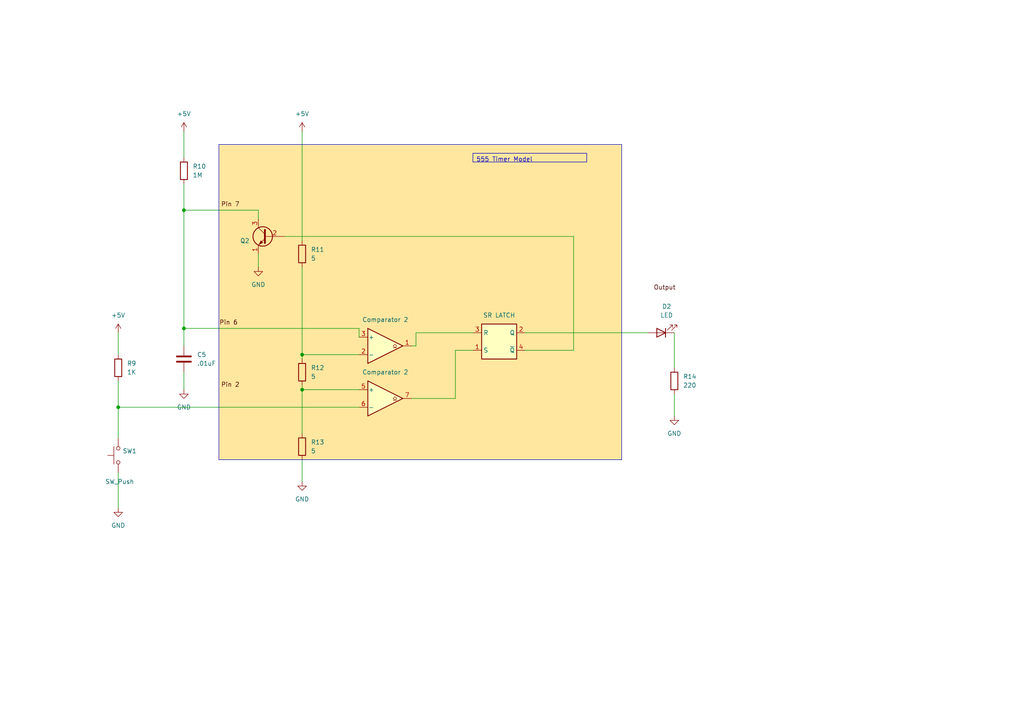
<source format=kicad_sch>
(kicad_sch (version 20231120) (generator "eeschema") (generator_version "8.0")
  (paper "A4")
  (lib_symbols
    (symbol "Comparator:LMV393" (pin_names (offset 0.127))
      (property "Reference" "U" (at 3.81 3.81 0))
      (property "Value" "LMV393" (at 6.35 -3.81 0))
      (symbol "LMV393_1_1"
        (polyline (pts (xy -5.08 5.08) (xy 5.08 0) (xy -5.08 -5.08) (xy -5.08 5.08)) (stroke (width 0.254)) (fill (type background)))
        (polyline (pts (xy 3.302 -0.508) (xy 2.794 -0.508) (xy 3.302 0) (xy 2.794 0.508) (xy 2.286 0) (xy 2.794 -0.508) (xy 2.286 -0.508)) (stroke (width 0.127)))
        (pin open_collector line (at 7.62 0 180) (length 2.54) (name "~") (number "1"))
        (pin input line (at -7.62 -2.54 0) (length 2.54) (name "-") (number "2"))
        (pin input line (at -7.62 2.54 0) (length 2.54) (name "+") (number "3"))
      )
      (symbol "LMV393_2_1"
        (polyline (pts (xy -5.08 5.08) (xy 5.08 0) (xy -5.08 -5.08) (xy -5.08 5.08)) (stroke (width 0.254)) (fill (type background)))
        (polyline (pts (xy 3.302 -0.508) (xy 2.794 -0.508) (xy 3.302 0) (xy 2.794 0.508) (xy 2.286 0) (xy 2.794 -0.508) (xy 2.286 -0.508)) (stroke (width 0.127)))
        (pin input line (at -7.62 2.54 0) (length 2.54) (name "+") (number "5"))
        (pin input line (at -7.62 -2.54 0) (length 2.54) (name "-") (number "6"))
        (pin open_collector line (at 7.62 0 180) (length 2.54) (name "~") (number "7"))
      )
      (symbol "LMV393_3_1"
        (pin power_in line (at -2.54 -7.62 90) (length 3.81) (name "V-") (number "4"))
        (pin power_in line (at -2.54 7.62 270) (length 3.81) (name "V+") (number "8"))
      )
    )
    (symbol "Device:C" (pin_numbers hide) (pin_names (offset 0.254))
      (property "Reference" "C" (at 0.635 2.54 0))
      (property "Value" "C" (at 0.635 -2.54 0))
      (symbol "C_0_1"
        (polyline (pts (xy -2.032 -0.762) (xy 2.032 -0.762)) (stroke (width 0.508)))
        (polyline (pts (xy -2.032 0.762) (xy 2.032 0.762)) (stroke (width 0.508)))
      )
      (symbol "C_1_1"
        (pin passive line (at 0 3.81 270) (length 2.794) (name "~") (number "1"))
        (pin passive line (at 0 -3.81 90) (length 2.794) (name "~") (number "2"))
      )
    )
    (symbol "Device:LED" (pin_numbers hide) (pin_names (offset 1.016) hide)
      (property "Reference" "D" (at 0 2.54 0))
      (property "Value" "LED" (at 0 -2.54 0))
      (symbol "LED_0_1"
        (polyline (pts (xy -1.27 -1.27) (xy -1.27 1.27)) (stroke (width 0.254)))
        (polyline (pts (xy -1.27 0) (xy 1.27 0)))
        (polyline (pts (xy 1.27 -1.27) (xy 1.27 1.27) (xy -1.27 0) (xy 1.27 -1.27)) (stroke (width 0.254)))
        (polyline (pts (xy -3.048 -0.762) (xy -4.572 -2.286) (xy -3.81 -2.286) (xy -4.572 -2.286) (xy -4.572 -1.524)))
        (polyline (pts (xy -1.778 -0.762) (xy -3.302 -2.286) (xy -2.54 -2.286) (xy -3.302 -2.286) (xy -3.302 -1.524)))
      )
      (symbol "LED_1_1"
        (pin passive line (at -3.81 0 0) (length 2.54) (name "K") (number "1"))
        (pin passive line (at 3.81 0 180) (length 2.54) (name "A") (number "2"))
      )
    )
    (symbol "Device:R" (pin_numbers hide) (pin_names (offset 0))
      (property "Reference" "R" (at 2.032 0 90))
      (property "Value" "R" (at 0 0 90))
      (symbol "R_0_1"
        (rectangle (start -1.016 -2.54) (end 1.016 2.54) (stroke (width 0.254)))
      )
      (symbol "R_1_1"
        (pin passive line (at 0 3.81 270) (length 1.27) (name "~") (number "1"))
        (pin passive line (at 0 -3.81 90) (length 1.27) (name "~") (number "2"))
      )
    )
    (symbol "Switch:SW_Push" (pin_numbers hide) (pin_names (offset 1.016) hide)
      (property "Reference" "SW" (at 1.27 2.54 0))
      (property "Value" "SW_Push" (at 0 -1.524 0))
      (symbol "SW_Push_0_1"
        (circle (center -2.032 0) (radius 0.508))
        (polyline (pts (xy 0 1.27) (xy 0 3.048)))
        (polyline (pts (xy 2.54 1.27) (xy -2.54 1.27)))
        (circle (center 2.032 0) (radius 0.508))
        (pin passive line (at -5.08 0 0) (length 2.54) (name "1") (number "1"))
        (pin passive line (at 5.08 0 180) (length 2.54) (name "2") (number "2"))
      )
    )
    (symbol "Symbols_Only:74LS279"
      (property "Reference" "U2" (at 0 10.16 0))
      (property "Value" "SR LATCH" (at 0 7.62 0))
      (symbol "74LS279_1_1"
        (rectangle (start -5.08 5.08) (end 5.08 -5.08) (stroke (width 0.254)) (fill (type background)))
        (pin input line (at -7.62 -2.54 0) (length 2.54) (name "S") (number "1"))
        (pin input line (at 7.62 2.54 180) (length 2.54) (name "Q") (number "2"))
        (pin input line (at -7.62 2.54 0) (length 2.54) (name "R") (number "3"))
        (pin output line (at 7.62 -2.54 180) (length 2.54) (name "~{Q}") (number "4"))
      )
      (symbol "74LS279_2_1"
        (rectangle (start -5.08 5.08) (end 5.08 -5.08) (stroke (width 0.254)) (fill (type background)))
        (pin input line (at -7.62 -2.54 0) (length 2.54) (name "~{R}") (number "5"))
        (pin input line (at -7.62 2.54 0) (length 2.54) (name "~{S}") (number "6"))
        (pin output line (at 7.62 0 180) (length 2.54) (name "Q") (number "7"))
      )
      (symbol "74LS279_3_1"
        (rectangle (start -5.08 5.08) (end 5.08 -5.08) (stroke (width 0.254)) (fill (type background)))
        (pin input line (at -7.62 -2.54 0) (length 2.54) (name "~{R}") (number "10"))
        (pin input line (at -7.62 2.54 0) (length 2.54) (name "~{S}") (number "11"))
        (pin input line (at -7.62 0 0) (length 2.54) (name "~{S}") (number "12"))
        (pin output line (at 7.62 0 180) (length 2.54) (name "Q") (number "9"))
      )
      (symbol "74LS279_4_1"
        (rectangle (start -5.08 5.08) (end 5.08 -5.08) (stroke (width 0.254)) (fill (type background)))
        (pin output line (at 7.62 0 180) (length 2.54) (name "Q") (number "13"))
        (pin input line (at -7.62 -2.54 0) (length 2.54) (name "~{R}") (number "14"))
        (pin input line (at -7.62 2.54 0) (length 2.54) (name "~{S}") (number "15"))
      )
      (symbol "74LS279_5_0"
        (pin power_in line (at 0 10.16 270) (length 2.54) (name "VCC") (number "16"))
        (pin power_in line (at 0 -10.16 90) (length 2.54) (name "GND") (number "8"))
      )
      (symbol "74LS279_5_1"
        (rectangle (start -5.08 7.62) (end 5.08 -7.62) (stroke (width 0.254)) (fill (type background)))
      )
    )
    (symbol "Transistor_BJT:BC107" (pin_names (offset 0) hide)
      (property "Reference" "Q" (at 5.08 1.905 0))
      (property "Value" "BC107" (at 5.08 0 0))
      (symbol "BC107_0_1"
        (polyline (pts (xy 0.635 0.635) (xy 2.54 2.54)))
        (polyline (pts (xy 0.635 -0.635) (xy 2.54 -2.54) (xy 2.54 -2.54)))
        (polyline (pts (xy 0.635 1.905) (xy 0.635 -1.905) (xy 0.635 -1.905)) (stroke (width 0.508)))
        (polyline (pts (xy 1.27 -1.778) (xy 1.778 -1.27) (xy 2.286 -2.286) (xy 1.27 -1.778) (xy 1.27 -1.778)) (fill (type outline)))
        (circle (center 1.27 0) (radius 2.8194) (stroke (width 0.254)))
      )
      (symbol "BC107_1_1"
        (pin passive line (at 2.54 -5.08 90) (length 2.54) (name "E") (number "1"))
        (pin input line (at -5.08 0 0) (length 5.715) (name "B") (number "2"))
        (pin passive line (at 2.54 5.08 270) (length 2.54) (name "C") (number "3"))
      )
    )
    (symbol "power:+5V" (power) (pin_numbers hide) (pin_names (offset 0) hide)
      (property "Value" "+5V" (at 0 3.556 0))
      (symbol "+5V_0_1"
        (polyline (pts (xy -0.762 1.27) (xy 0 2.54)))
        (polyline (pts (xy 0 0) (xy 0 2.54)))
        (polyline (pts (xy 0 2.54) (xy 0.762 1.27)))
      )
      (symbol "+5V_1_1"
        (pin power_in line (at 0 0 90) (length 0) (name "~") (number "1"))
      )
    )
    (symbol "power:GND" (power) (pin_numbers hide) (pin_names (offset 0) hide)
      (property "Value" "GND" (at 0 -3.81 0))
      (symbol "GND_0_1"
        (polyline (pts (xy 0 0) (xy 0 -1.27) (xy 1.27 -1.27) (xy 0 -2.54) (xy -1.27 -1.27) (xy 0 -1.27)))
      )
      (symbol "GND_1_1"
        (pin power_in line (at 0 0 270) (length 0) (name "~") (number "1"))
      )
    )
  )
  (junction (at 53.34 60.96))
  (junction (at 34.29 118.11))
  (junction (at 87.63 113.03))
  (junction (at 53.34 95.25))
  (junction (at 87.63 102.87))
  (wire (pts (xy 53.34 95.25) (xy 53.34 100.33)))
  (wire (pts (xy 104.14 95.25) (xy 104.14 97.79)))
  (wire (pts (xy 53.34 60.96) (xy 53.34 95.25)))
  (wire (pts (xy 187.96 96.52) (xy 152.4 96.52)))
  (wire (pts (xy 87.63 102.87) (xy 104.14 102.87)))
  (wire (pts (xy 87.63 111.76) (xy 87.63 113.03)))
  (wire (pts (xy 34.29 118.11) (xy 104.14 118.11)))
  (wire (pts (xy 87.63 113.03) (xy 87.63 125.73)))
  (wire (pts (xy 87.63 38.1) (xy 87.63 69.85)))
  (wire (pts (xy 34.29 110.49) (xy 34.29 118.11)))
  (wire (pts (xy 132.08 101.6) (xy 137.16 101.6)))
  (wire (pts (xy 34.29 137.16) (xy 34.29 147.32)))
  (wire (pts (xy 120.65 100.33) (xy 120.65 96.52)))
  (wire (pts (xy 53.34 95.25) (xy 104.14 95.25)))
  (wire (pts (xy 152.4 101.6) (xy 166.37 101.6)))
  (wire (pts (xy 34.29 96.52) (xy 34.29 102.87)))
  (wire (pts (xy 166.37 68.58) (xy 82.55 68.58)))
  (wire (pts (xy 87.63 102.87) (xy 87.63 104.14)))
  (wire (pts (xy 195.58 96.52) (xy 195.58 106.68)))
  (wire (pts (xy 74.93 73.66) (xy 74.93 77.47)))
  (wire (pts (xy 119.38 100.33) (xy 120.65 100.33)))
  (wire (pts (xy 34.29 127) (xy 34.29 118.11)))
  (wire (pts (xy 74.93 60.96) (xy 74.93 63.5)))
  (wire (pts (xy 53.34 60.96) (xy 74.93 60.96)))
  (wire (pts (xy 132.08 101.6) (xy 132.08 115.57)))
  (wire (pts (xy 53.34 107.95) (xy 53.34 113.03)))
  (wire (pts (xy 87.63 113.03) (xy 104.14 113.03)))
  (wire (pts (xy 87.63 133.35) (xy 87.63 139.7)))
  (wire (pts (xy 53.34 38.1) (xy 53.34 45.72)))
  (wire (pts (xy 132.08 115.57) (xy 119.38 115.57)))
  (wire (pts (xy 120.65 96.52) (xy 137.16 96.52)))
  (wire (pts (xy 87.63 77.47) (xy 87.63 102.87)))
  (wire (pts (xy 166.37 101.6) (xy 166.37 68.58)))
  (wire (pts (xy 53.34 53.34) (xy 53.34 60.96)))
  (wire (pts (xy 195.58 114.3) (xy 195.58 120.65)))
  (rectangle (start 63.5 41.91) (end 180.34 133.35) (fill (type color) (color 255 231 159 1)))
  (text_box "555 Timer Model\n" (at 137.16 44.45 0) (size 33.02 2.54) (effects (font (size 1.27 1.27)) (justify left top)))
  (text "Pin 7" (at 66.802 59.436 0) (effects (font (size 1.27 1.27))))
  (text "Pin 6" (at 66.294 93.726 0) (effects (font (size 1.27 1.27))))
  (text "Output\n" (at 192.786 83.566 0) (effects (font (size 1.27 1.27))))
  (text "Pin 2" (at 66.802 111.76 0) (effects (font (size 1.27 1.27))))
  (symbol (lib_id "power:GND") (at 74.93 77.47 0) (unit 1) (exclude_from_sim yes)
    (property "Reference" "#PWR011" (effects (hide yes)))
    (property "Value" "GND" (at 74.93 82.55 0))
    (property "Description" "Power symbol creates a global label with name \"GND\" , ground" (effects (hide yes)))
  )
  (symbol (lib_id "Device:R") (at 34.29 106.68 0) (unit 1) (exclude_from_sim yes)
    (property "Reference" "R9" (at 36.83 105.4099 0) (effects (justify left)))
    (property "Value" "1K" (at 36.83 107.9499 0) (effects (justify left)))
    (property "Description" "Resistor" (effects (hide yes)))
  )
  (symbol (lib_id "Device:R") (at 87.63 107.95 0) (unit 1) (exclude_from_sim yes)
    (property "Reference" "R12" (at 90.17 106.6799 0) (effects (justify left)))
    (property "Value" "5" (at 90.17 109.2199 0) (effects (justify left)))
    (property "Description" "Resistor" (effects (hide yes)))
  )
  (symbol (lib_id "Comparator:LMV393") (at 111.76 115.57 0) (unit 2) (exclude_from_sim yes)
    (property "Reference" "U4" (effects (hide yes)))
    (property "Value" "Comparator 2" (at 111.76 107.95 0))
    (property "Datasheet" "http://www.ti.com/lit/ds/symlink/lmv331.pdf" (effects (hide yes)))
    (property "Description" "Dual General-Purpose Low-Voltage Comparator, SOIC-8/TSSOP-8/VSSOP-8" (effects (hide yes)))
  )
  (symbol (lib_id "Device:C") (at 53.34 104.14 0) (unit 1) (exclude_from_sim yes)
    (property "Reference" "C5" (at 57.15 102.8699 0) (effects (justify left)))
    (property "Value" ".01uF" (at 57.15 105.4099 0) (effects (justify left)))
    (property "Description" "Unpolarized capacitor" (effects (hide yes)))
  )
  (symbol (lib_id "power:+5V") (at 87.63 38.1 0) (unit 1) (exclude_from_sim yes)
    (property "Reference" "#PWR012" (effects (hide yes)))
    (property "Value" "+5V" (at 87.63 33.02 0))
    (property "Description" "Power symbol creates a global label with name \"+5V\"" (effects (hide yes)))
  )
  (symbol (lib_id "Device:R") (at 87.63 73.66 0) (unit 1) (exclude_from_sim yes)
    (property "Reference" "R11" (at 90.17 72.3899 0) (effects (justify left)))
    (property "Value" "5" (at 90.17 74.9299 0) (effects (justify left)))
    (property "Description" "Resistor" (effects (hide yes)))
  )
  (symbol (lib_id "Device:R") (at 195.58 110.49 0) (unit 1) (exclude_from_sim yes)
    (property "Reference" "R14" (at 198.12 109.2199 0) (effects (justify left)))
    (property "Value" "220" (at 198.12 111.7599 0) (effects (justify left)))
    (property "Description" "Resistor" (effects (hide yes)))
  )
  (symbol (lib_id "power:+5V") (at 53.34 38.1 0) (unit 1) (exclude_from_sim yes)
    (property "Reference" "#PWR09" (effects (hide yes)))
    (property "Value" "+5V" (at 53.34 33.02 0))
    (property "Description" "Power symbol creates a global label with name \"+5V\"" (effects (hide yes)))
  )
  (symbol (lib_id "Comparator:LMV393") (at 111.76 100.33 0) (unit 1) (exclude_from_sim yes)
    (property "Reference" "U4" (effects (hide yes)))
    (property "Value" "Comparator 2" (at 111.76 92.71 0))
    (property "Datasheet" "http://www.ti.com/lit/ds/symlink/lmv331.pdf" (effects (hide yes)))
    (property "Description" "Dual General-Purpose Low-Voltage Comparator, SOIC-8/TSSOP-8/VSSOP-8" (effects (hide yes)))
  )
  (symbol (lib_id "power:GND") (at 195.58 120.65 0) (unit 1) (exclude_from_sim yes)
    (property "Reference" "#PWR014" (effects (hide yes)))
    (property "Value" "GND" (at 195.58 125.73 0))
    (property "Description" "Power symbol creates a global label with name \"GND\" , ground" (effects (hide yes)))
  )
  (symbol (lib_id "Device:R") (at 53.34 49.53 0) (unit 1) (exclude_from_sim yes)
    (property "Reference" "R10" (at 55.88 48.2599 0) (effects (justify left)))
    (property "Value" "1M" (at 55.88 50.7999 0) (effects (justify left)))
    (property "Description" "Resistor" (effects (hide yes)))
  )
  (symbol (lib_id "Transistor_BJT:BC107") (at 77.47 68.58 0) (mirror y) (unit 1) (exclude_from_sim yes)
    (property "Reference" "Q2" (at 72.39 69.8501 0) (effects (justify left)))
    (property "Value" "BC107" (effects (hide yes)))
    (property "Footprint" "Package_TO_SOT_THT:TO-18-3" (effects (hide yes)))
    (property "Datasheet" "http://www.b-kainka.de/Daten/Transistor/BC108.pdf" (effects (hide yes)))
    (property "Description" "0.1A Ic, 50V Vce, Low Noise General Purpose NPN Transistor, TO-18" (effects (hide yes)))
  )
  (symbol (lib_id "power:GND") (at 34.29 147.32 0) (unit 1) (exclude_from_sim yes)
    (property "Reference" "#PWR010" (effects (hide yes)))
    (property "Value" "GND" (at 34.29 152.4 0))
    (property "Description" "Power symbol creates a global label with name \"GND\" , ground" (effects (hide yes)))
  )
  (symbol (lib_id "Device:R") (at 87.63 129.54 0) (unit 1) (exclude_from_sim yes)
    (property "Reference" "R13" (at 90.17 128.2699 0) (effects (justify left)))
    (property "Value" "5" (at 90.17 130.8099 0) (effects (justify left)))
    (property "Description" "Resistor" (effects (hide yes)))
  )
  (symbol (lib_id "Symbols_Only:74LS279") (at 144.78 99.06 0) (unit 1) (exclude_from_sim yes)
    (property "Reference" "U5" (effects (hide yes)))
    (property "Value" "SR LATCH" (at 144.78 91.44 0))
    (property "Datasheet" "https://www.ti.com/lit/gpn/sn54ls279a" (effects (hide yes)))
    (property "Description" "Quad SR latch, DIP-16/SOIC-16/SOIC-16W" (effects (hide yes)))
  )
  (symbol (lib_id "power:GND") (at 87.63 139.7 0) (unit 1) (exclude_from_sim yes)
    (property "Reference" "#PWR013" (effects (hide yes)))
    (property "Value" "GND" (at 87.63 144.78 0))
    (property "Description" "Power symbol creates a global label with name \"GND\" , ground" (effects (hide yes)))
  )
  (symbol (lib_id "power:+5V") (at 34.29 96.52 0) (unit 1) (exclude_from_sim yes)
    (property "Reference" "#PWR016" (effects (hide yes)))
    (property "Value" "+5V" (at 34.29 91.44 0))
    (property "Description" "Power symbol creates a global label with name \"+5V\"" (effects (hide yes)))
  )
  (symbol (lib_id "Switch:SW_Push") (at 34.29 132.08 90) (unit 1)
    (property "Reference" "SW1" (at 35.56 130.8099 90) (effects (justify right)))
    (property "Value" "SW_Push" (at 30.48 139.6999 90) (effects (justify right)))
    (property "Description" "Push button switch, generic, two pins" (effects (hide yes)))
  )
  (symbol (lib_id "Device:LED") (at 191.77 96.52 180) (unit 1) (exclude_from_sim yes)
    (property "Reference" "D2" (at 193.3575 88.9 0))
    (property "Value" "LED" (at 193.3575 91.44 0))
    (property "Description" "Light emitting diode" (effects (hide yes)))
  )
  (symbol (lib_id "power:GND") (at 53.34 113.03 0) (unit 1) (exclude_from_sim yes)
    (property "Reference" "#PWR015" (effects (hide yes)))
    (property "Value" "GND" (at 53.34 118.11 0))
    (property "Description" "Power symbol creates a global label with name \"GND\" , ground" (effects (hide yes)))
  )
)
</source>
